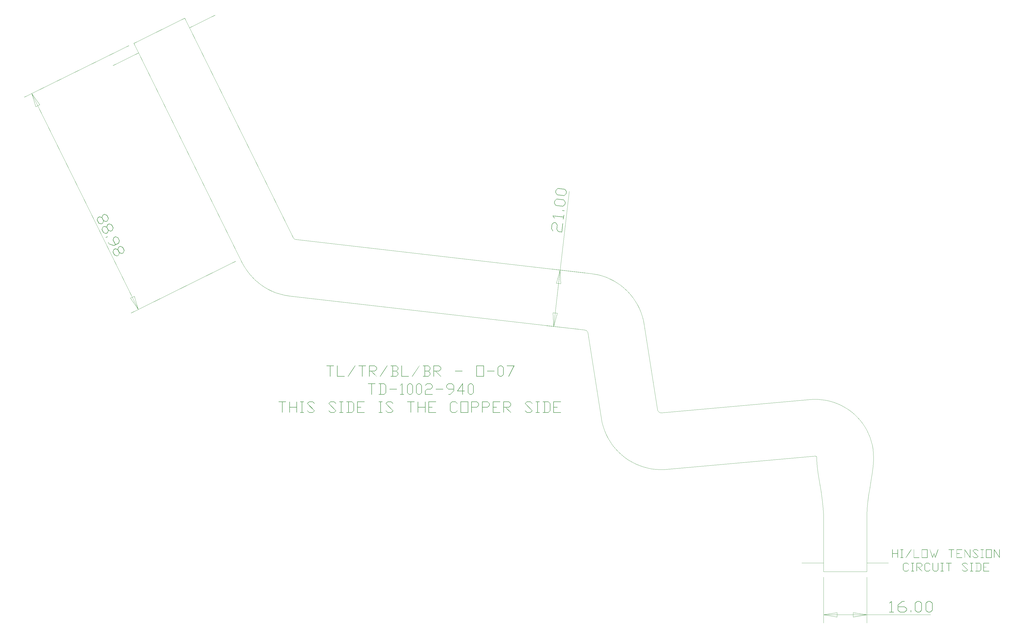
<source format=gbr>
G04 AutoGERB 2.0 for AutoCAD 14*
G04 RS274-X Output *
%FSLAX34Y34*%
%MOMM*%
%ADD12C,0.005000*%
%ADD13C,0.007000*%
G54D12*X2347951Y1662407D02*X1258672Y1787992D01*G54D13*X1220349Y1187963D02*X1207605Y1187963D01*X1207605Y1148823*X1206725Y1148823*X1206725Y1187963*X1193980Y1187963*X1193980Y1188823*X1220349Y1188823*X1220349Y1187963*G54D13*X1260376Y1148823D02*X1259489Y1148823D01*X1259489Y1168165*X1234008Y1168165*X1234008Y1148823*X1233121Y1148823*X1233121Y1188393*X1234008Y1188393*X1234008Y1169045*X1259489Y1169045*X1259489Y1188393*X1260376Y1188393*X1260376Y1148823*G54D13*X1286315Y1148420D02*X1273121Y1148420D01*X1273121Y1149273*X1279288Y1149273*X1279288Y1187963*X1273121Y1187963*X1273121Y1188823*X1286315Y1188823*X1286315Y1187963*X1280148Y1187963*X1280148Y1149273*X1286315Y1149273*X1286315Y1148420*G54D13*X1326506Y1155420D02*X1319472Y1148420D01*X1305957Y1148420*X1299196Y1155100*X1299837Y1155741*X1306278Y1149273*X1319124Y1149273*X1325299Y1155420*X1298923Y1181789*X1305957Y1188823*X1319472Y1188823*X1326206Y1182110*X1325565Y1181468*X1319124Y1187963*X1306278Y1187963*X1300131Y1181789*X1326506Y1155420*G54D13*X1405647Y1155420D02*X1398613Y1148420D01*X1385097Y1148420*X1378336Y1155100*X1378978Y1155741*X1385418Y1149273*X1398265Y1149273*X1404439Y1155420*X1378064Y1181789*X1385097Y1188823*X1398613Y1188823*X1405346Y1182110*X1404705Y1181468*X1398265Y1187963*X1385418Y1187963*X1379271Y1181789*X1405647Y1155420*G54D13*X1431422Y1148420D02*X1418227Y1148420D01*X1418227Y1149273*X1424395Y1149273*X1424395Y1187963*X1418227Y1187963*X1418227Y1188823*X1431422Y1188823*X1431422Y1187963*X1425254Y1187963*X1425254Y1149273*X1431422Y1149273*X1431422Y1148420*G54D13*X1471449Y1155257D02*X1464579Y1148420D01*X1444623Y1148420*X1444623Y1149273*X1450791Y1149273*X1450791Y1187963*X1444623Y1187963*X1444623Y1188823*X1464579Y1188823*X1471449Y1181953*X1471449Y1155257*G54D13*X1470562Y1155577D02*X1470562Y1181632D01*X1464231Y1187957*X1451650Y1187957*X1451650Y1149273*X1464231Y1149273*X1470562Y1155577*G54D13*X1510562Y1148420D02*X1483764Y1148420D01*X1483764Y1188823*X1510562Y1188823*X1510562Y1187963*X1484651Y1187963*X1484651Y1169045*X1497388Y1169045*X1497388Y1168165*X1484651Y1168165*X1484651Y1149273*X1510562Y1149273*X1510562Y1148420*G54D13*X1576528Y1148420D02*X1563334Y1148420D01*X1563334Y1149273*X1569501Y1149273*X1569501Y1187963*X1563334Y1187963*X1563334Y1188823*X1576528Y1188823*X1576528Y1187963*X1570361Y1187963*X1570361Y1149273*X1576528Y1149273*X1576528Y1148420*G54D13*X1616720Y1155420D02*X1609686Y1148420D01*X1596170Y1148420*X1589409Y1155100*X1590051Y1155741*X1596491Y1149273*X1609338Y1149273*X1615512Y1155420*X1589136Y1181789*X1596170Y1188823*X1609686Y1188823*X1616419Y1182110*X1615778Y1181468*X1609338Y1187963*X1596491Y1187963*X1590344Y1181789*X1616720Y1155420*G54D13*X1695239Y1187963D02*X1682495Y1187963D01*X1682495Y1148823*X1681615Y1148823*X1681615Y1187963*X1668870Y1187963*X1668870Y1188823*X1695239Y1188823*X1695239Y1187963*G54D13*X1735266Y1148823D02*X1734379Y1148823D01*X1734379Y1168165*X1708898Y1168165*X1708898Y1148823*X1708011Y1148823*X1708011Y1188393*X1708898Y1188393*X1708898Y1169045*X1734379Y1169045*X1734379Y1188393*X1735266Y1188393*X1735266Y1148823*G54D13*X1774379Y1148420D02*X1747581Y1148420D01*X1747581Y1188823*X1774379Y1188823*X1774379Y1187963*X1748468Y1187963*X1748468Y1169045*X1761205Y1169045*X1761205Y1168165*X1748468Y1168165*X1748468Y1149273*X1774379Y1149273*X1774379Y1148420*G54D13*X1853840Y1155100D02*X1847107Y1148420D01*X1833591Y1148420*X1826721Y1155257*X1826721Y1181953*X1833591Y1188823*X1847107Y1188823*X1853840Y1182110*X1853199Y1181468*X1846759Y1187963*X1833912Y1187963*X1827608Y1181632*X1827608Y1155577*X1833912Y1149273*X1846759Y1149273*X1853199Y1155741*X1853840Y1155100*G54D13*X1893547Y1148420D02*X1866291Y1148420D01*X1866291Y1188823*X1893547Y1188823*X1893547Y1148420*G54D13*X1892660Y1149273D02*X1892660Y1187957D01*X1867178Y1187957*X1867178Y1149273*X1892660Y1149273*G54D13*X1933117Y1175028D02*X1926247Y1168165D01*X1906749Y1168165*X1906749Y1148823*X1905862Y1148823*X1905862Y1188823*X1926247Y1188823*X1933117Y1181953*X1933117Y1175028*G54D13*X1932230Y1175376D02*X1932230Y1181632D01*X1925899Y1187957*X1906749Y1187957*X1906749Y1169045*X1925899Y1169045*X1932230Y1175376*G54D13*X1972687Y1175028D02*X1965817Y1168165D01*X1946319Y1168165*X1946319Y1148823*X1945432Y1148823*X1945432Y1188823*X1965817Y1188823*X1972687Y1181953*X1972687Y1175028*G54D13*X1971801Y1175376D02*X1971801Y1181632D01*X1965469Y1187957*X1946319Y1187957*X1946319Y1169045*X1965469Y1169045*X1971801Y1175376*G54D13*X2011801Y1148420D02*X1985002Y1148420D01*X1985002Y1188823*X2011801Y1188823*X2011801Y1187963*X1985889Y1187963*X1985889Y1169045*X1998626Y1169045*X1998626Y1168165*X1985889Y1168165*X1985889Y1149273*X2011801Y1149273*X2011801Y1148420*G54D13*X2051828Y1175028D02*X2044958Y1168165D01*X2032643Y1168165*X2051691Y1149171*X2051050Y1148530*X2031442Y1168165*X2025459Y1168165*X2025459Y1148823*X2024572Y1148823*X2024572Y1188823*X2044958Y1188823*X2051828Y1181953*X2051828Y1175028*G54D13*X2050941Y1175376D02*X2050941Y1181632D01*X2044610Y1187957*X2025459Y1187957*X2025459Y1169045*X2044610Y1169045*X2050941Y1175376*G54D13*X2131132Y1155420D02*X2124098Y1148420D01*X2110583Y1148420*X2103822Y1155100*X2104463Y1155741*X2110903Y1149273*X2123750Y1149273*X2129924Y1155420*X2103549Y1181789*X2110583Y1188823*X2124098Y1188823*X2130832Y1182110*X2130190Y1181468*X2123750Y1187963*X2110903Y1187963*X2104756Y1181789*X2131132Y1155420*G54D13*X2156907Y1148420D02*X2143713Y1148420D01*X2143713Y1149273*X2149880Y1149273*X2149880Y1187963*X2143713Y1187963*X2143713Y1188823*X2156907Y1188823*X2156907Y1187963*X2150740Y1187963*X2150740Y1149273*X2156907Y1149273*X2156907Y1148420*G54D13*X2196934Y1155257D02*X2190064Y1148420D01*X2170109Y1148420*X2170109Y1149273*X2176276Y1149273*X2176276Y1187963*X2170109Y1187963*X2170109Y1188823*X2190064Y1188823*X2196934Y1181953*X2196934Y1155257*G54D13*X2196048Y1155577D02*X2196048Y1181632D01*X2189716Y1187957*X2177136Y1187957*X2177136Y1149273*X2189716Y1149273*X2196048Y1155577*G54D13*X2236048Y1148420D02*X2209249Y1148420D01*X2209249Y1188823*X2236048Y1188823*X2236048Y1187963*X2210136Y1187963*X2210136Y1169045*X2222873Y1169045*X2222873Y1168165*X2210136Y1168165*X2210136Y1149273*X2236048Y1149273*X2236048Y1148420*G54D12*X2323899Y1453789D02*X1234620Y1579374D01*G54D13*X1397015Y1321296D02*X1384271Y1321296D01*X1384271Y1282156*X1383391Y1282156*X1383391Y1321296*X1370646Y1321296*X1370646Y1322156*X1397015Y1322156*X1397015Y1321296*G54D13*X1436585Y1281753D02*X1409787Y1281753D01*X1409787Y1321726*X1410674Y1321726*X1410674Y1282606*X1436585Y1282606*X1436585Y1281753*G54D13*X1476558Y1321508D02*X1450162Y1281965D01*X1449411Y1282388*X1475780Y1321938*X1476558Y1321508*G54D13*X1515726Y1321296D02*X1502981Y1321296D01*X1502981Y1282156*X1502101Y1282156*X1502101Y1321296*X1489357Y1321296*X1489357Y1322156*X1515726Y1322156*X1515726Y1321296*G54D13*X1555753Y1308361D02*X1548883Y1301498D01*X1536568Y1301498*X1555616Y1282504*X1554975Y1281863*X1535367Y1301498*X1529384Y1301498*X1529384Y1282156*X1528497Y1282156*X1528497Y1322156*X1548883Y1322156*X1555753Y1315286*X1555753Y1308361*G54D13*X1554866Y1308709D02*X1554866Y1314965D01*X1548535Y1321290*X1529384Y1321290*X1529384Y1302378*X1548535Y1302378*X1554866Y1308709*G54D13*X1595269Y1321508D02*X1568872Y1281965D01*X1568122Y1282388*X1594491Y1321938*X1595269Y1321508*G54D13*X1634893Y1288590D02*X1628023Y1281753D01*X1608067Y1281753*X1608067Y1282606*X1614235Y1282606*X1614235Y1321296*X1608067Y1321296*X1608067Y1322156*X1628023Y1322156*X1634893Y1315286*X1634893Y1308361*X1628453Y1301955*X1634893Y1295514*X1634893Y1288590*G54D13*X1634006Y1308709D02*X1634006Y1314965D01*X1627675Y1321290*X1615095Y1321290*X1615095Y1302378*X1627675Y1302378*X1634006Y1308709*G54D13*X1634006Y1288910D02*X1634006Y1295194D01*X1627675Y1301498*X1615095Y1301498*X1615095Y1282606*X1627675Y1282606*X1634006Y1288910*G54D13*X1674006Y1281753D02*X1647208Y1281753D01*X1647208Y1321726*X1648095Y1321726*X1648095Y1282606*X1674006Y1282606*X1674006Y1281753*G54D13*X1713979Y1321508D02*X1687583Y1281965D01*X1686833Y1282388*X1713201Y1321938*X1713979Y1321508*G54D13*X1753604Y1288590D02*X1746734Y1281753D01*X1726778Y1281753*X1726778Y1282606*X1732945Y1282606*X1732945Y1321296*X1726778Y1321296*X1726778Y1322156*X1746734Y1322156*X1753604Y1315286*X1753604Y1308361*X1747163Y1301955*X1753604Y1295514*X1753604Y1288590*G54D13*X1752717Y1308709D02*X1752717Y1314965D01*X1746386Y1321290*X1733805Y1321290*X1733805Y1302378*X1746386Y1302378*X1752717Y1308709*G54D13*X1752717Y1288910D02*X1752717Y1295194D01*X1746386Y1301498*X1733805Y1301498*X1733805Y1282606*X1746386Y1282606*X1752717Y1288910*G54D13*X1793174Y1308361D02*X1786304Y1301498D01*X1773989Y1301498*X1793038Y1282504*X1792396Y1281863*X1772789Y1301498*X1766805Y1301498*X1766805Y1282156*X1765918Y1282156*X1765918Y1322156*X1786304Y1322156*X1793174Y1315286*X1793174Y1308361*G54D13*X1792287Y1308709D02*X1792287Y1314965D01*X1785956Y1321290*X1766805Y1321290*X1766805Y1302378*X1785956Y1302378*X1792287Y1308709*G54D13*X1871857Y1301498D02*X1845489Y1301498D01*X1845489Y1302385*X1871857Y1302385*X1871857Y1301498*G54D13*X1951455Y1281753D02*X1924199Y1281753D01*X1924199Y1322156*X1951455Y1322156*X1951455Y1281753*G54D13*X1950568Y1282606D02*X1950568Y1321290D01*X1925086Y1321290*X1925086Y1282606*X1950568Y1282606*G54D13*X1990568Y1301498D02*X1964199Y1301498D01*X1964199Y1302385*X1990568Y1302385*X1990568Y1301498*G54D13*X2023998Y1288590D02*X2017128Y1281753D01*X2010210Y1281753*X2003339Y1288590*X2003339Y1315286*X2010210Y1322156*X2017128Y1322156*X2023998Y1315286*X2023998Y1288590*G54D13*X2023111Y1288910D02*X2023111Y1314965D01*X2016807Y1321290*X2010530Y1321290*X2004226Y1314965*X2004226Y1288910*X2010530Y1282606*X2016807Y1282606*X2023111Y1288910*G54D13*X2063861Y1322156D02*X2043742Y1281965D01*X2042992Y1282388*X2062442Y1321296*X2036769Y1321296*X2036769Y1322156*X2063861Y1322156*G54D13*X1550349Y1254629D02*X1537605Y1254629D01*X1537605Y1215489*X1536725Y1215489*X1536725Y1254629*X1523980Y1254629*X1523980Y1255489*X1550349Y1255489*X1550349Y1254629*G54D13*X1590376Y1221923D02*X1583506Y1215086D01*X1563550Y1215086*X1563550Y1215939*X1569718Y1215939*X1569718Y1254629*X1563550Y1254629*X1563550Y1255489*X1583506Y1255489*X1590376Y1248619*X1590376Y1221923*G54D13*X1589489Y1222243D02*X1589489Y1248298D01*X1583158Y1254623*X1570578Y1254623*X1570578Y1215939*X1583158Y1215939*X1589489Y1222243*G54D13*X1629489Y1234831D02*X1603121Y1234831D01*X1603121Y1235718*X1629489Y1235718*X1629489Y1234831*G54D13*X1655885Y1215086D02*X1642691Y1215086D01*X1642691Y1215939*X1648858Y1215939*X1648858Y1254009*X1643012Y1248134*X1642370Y1248776*X1649104Y1255489*X1649718Y1255489*X1649718Y1215939*X1655885Y1215939*X1655885Y1215086*G54D13*X1689315Y1221923D02*X1682445Y1215086D01*X1675527Y1215086*X1668657Y1221923*X1668657Y1248619*X1675527Y1255489*X1682445Y1255489*X1689315Y1248619*X1689315Y1221923*G54D13*X1688429Y1222243D02*X1688429Y1248298D01*X1682125Y1254623*X1675848Y1254623*X1669544Y1248298*X1669544Y1222243*X1675848Y1215939*X1682125Y1215939*X1688429Y1222243*G54D13*X1722316Y1221923D02*X1715445Y1215086D01*X1708527Y1215086*X1701657Y1221923*X1701657Y1248619*X1708527Y1255489*X1715445Y1255489*X1722316Y1248619*X1722316Y1221923*G54D13*X1721429Y1222243D02*X1721429Y1248298D01*X1715125Y1254623*X1708848Y1254623*X1702544Y1248298*X1702544Y1222243*X1708848Y1215939*X1715125Y1215939*X1721429Y1222243*G54D13*X1761913Y1241694D02*X1755043Y1234831D01*X1741848Y1234831*X1735544Y1228527*X1735544Y1215939*X1761456Y1215939*X1761456Y1215086*X1734657Y1215086*X1734657Y1228847*X1741528Y1235711*X1754695Y1235711*X1761026Y1242042*X1761026Y1248298*X1754695Y1254629*X1741848Y1254629*X1735408Y1248134*X1734767Y1248776*X1741528Y1255489*X1755043Y1255489*X1761913Y1248619*X1761913Y1241694*G54D13*X1801026Y1234831D02*X1774657Y1234831D01*X1774657Y1235718*X1801026Y1235718*X1801026Y1234831*G54D13*X1841053Y1228527D02*X1827586Y1215086D01*X1820825Y1215086*X1820825Y1215939*X1827265Y1215939*X1840167Y1228847*X1840167Y1234831*X1820668Y1234831*X1813798Y1241694*X1813798Y1248619*X1820668Y1255489*X1834183Y1255489*X1841053Y1248619*X1841053Y1228527*G54D13*X1840167Y1235711D02*X1840167Y1248298D01*X1833835Y1254623*X1820989Y1254623*X1814685Y1248298*X1814685Y1242042*X1820989Y1235711*X1840167Y1235711*G54D13*X1880167Y1228254D02*X1874026Y1228254D01*X1874026Y1215489*X1873139Y1215489*X1873139Y1228254*X1852911Y1228254*X1874026Y1256376*X1874026Y1229113*X1880167Y1229113*X1880167Y1228254*G54D13*X1873139Y1229113D02*X1873139Y1253742D01*X1854685Y1229113*X1873139Y1229113*G54D13*X1913597Y1221923D02*X1906726Y1215086D01*X1899808Y1215086*X1892938Y1221923*X1892938Y1248619*X1899808Y1255489*X1906726Y1255489*X1913597Y1248619*X1913597Y1221923*G54D13*X1912710Y1222243D02*X1912710Y1248298D01*X1906406Y1254623*X1900129Y1254623*X1893825Y1248298*X1893825Y1222243*X1900129Y1215939*X1906406Y1215939*X1912710Y1222243*G54D12*X846576Y2607268D02*X658271Y2514310D01*G54D12*X1058635Y1703295D02*X658271Y2514310D01*G54D13*X537671Y1845783D02*X528499Y1848917D01*X522517Y1861036*X525606Y1870224*X531814Y1873288*X540429Y1870388*X543334Y1878974*X549544Y1882040*X558745Y1878920*X564728Y1866802*X561609Y1857601*X555399Y1854535*X546804Y1857474*X543879Y1848848*X537671Y1845783*G54D13*X555319Y1855485D02*X560928Y1858254D01*X563797Y1866731*X558111Y1878250*X549649Y1881102*X544039Y1878333*X541152Y1869879*X546839Y1858359*X555319Y1855485*G54D13*X537565Y1846720D02*X543200Y1849502D01*X546050Y1857970*X540363Y1869489*X531920Y1872352*X526285Y1869570*X523423Y1861127*X529110Y1849607*X537565Y1846720*G54D13*X555187Y1810301D02*X546015Y1813435D01*X540033Y1825554*X543122Y1834741*X549331Y1837806*X557945Y1834906*X560851Y1843493*X567060Y1846558*X576261Y1843439*X582244Y1831320*X579125Y1822119*X572915Y1819053*X564320Y1821992*X561395Y1813366*X555187Y1810301*G54D13*X572835Y1820003D02*X578444Y1822772D01*X581313Y1831249*X575627Y1842768*X567165Y1845620*X561555Y1842851*X558669Y1834396*X564355Y1822877*X572835Y1820003*G54D13*X555081Y1811238D02*X560716Y1814020D01*X563566Y1822488*X557880Y1834006*X549436Y1836869*X543802Y1834087*X540939Y1825644*X546626Y1814125*X555081Y1811238*G54D13*X555261Y1795615D02*X554869Y1796411D01*X560784Y1799331*X561177Y1798535*X555261Y1795615*G54D13*X584468Y1765905D02*X566454Y1772031D01*X563462Y1778094*X564226Y1778472*X567078Y1772696*X584363Y1766842*X589729Y1769490*X581097Y1786975*X584210Y1796173*X590420Y1799239*X599621Y1796119*X605604Y1784000*X602485Y1774799*X584468Y1765905*G54D13*X590518Y1769880D02*X601804Y1775452D01*X604673Y1783929*X598987Y1795448*X590524Y1798301*X584915Y1795532*X582028Y1787077*X590518Y1769880*G54D13*X596063Y1727499D02*X586891Y1730633D01*X580908Y1742752*X583998Y1751939*X590206Y1755004*X598821Y1752104*X601726Y1760691*X607936Y1763757*X617137Y1760637*X623120Y1748518*X620001Y1739316*X613791Y1736251*X605196Y1739190*X602271Y1730564*X596063Y1727499*G54D13*X613711Y1737200D02*X619320Y1739970D01*X622189Y1748446*X616503Y1759966*X608040Y1762819*X602431Y1760050*X599544Y1751595*X605231Y1740075*X613711Y1737200*G54D13*X595957Y1728436D02*X601592Y1731218D01*X604442Y1739685*X598755Y1751205*X590312Y1754067*X584677Y1751286*X581815Y1742842*X587502Y1731323*X595957Y1728436*G54D12*X640338Y2505457D02*X254309Y2314890D01*G54D12*X1034220Y1707572D02*X648191Y1517006D01*G54D12*X281210Y2328170D02*X478151Y1929228D01*G54D12*X675092Y1530285D02*X478151Y1929228D01*G54D12*X296169Y2279794D02*X310516Y2286877D01*X281210Y2328170*X281210Y2328170*X296169Y2279794*G54D12*X660132Y1578661D02*X645785Y1571579D01*X675092Y1530285*X675092Y1530285*X660132Y1578661*G54D12*X675978Y2478442D02*X581825Y2431963D01*G54D12*X1246940Y1796254D02*X846576Y2607268D01*G54D12*X1058635Y1703295D02*X1066050Y1689506D01*X1074406Y1676265*X1083662Y1663638*X1093775Y1651684*X1104694Y1640463*X1116367Y1630029*X1128737Y1620432*X1141745Y1611718*X1155327Y1603929*X1169418Y1597105*X1183950Y1591276*X1198852Y1586473*X1214051Y1582717*X1229476Y1580028*X1234620Y1579374*G54D12*X1246940Y1796254D02*X1247434Y1795334D01*X1247991Y1794452*X1248609Y1793610*X1249283Y1792813*X1250011Y1792065*X1250789Y1791369*X1251614Y1790729*X1252481Y1790149*X1253386Y1789629*X1254326Y1789174*X1255294Y1788786*X1256288Y1788466*X1257301Y1788215*X1258329Y1788036*X1258672Y1787992*G54D12*X958435Y2617879D02*X864283Y2571400D01*G54D12*X2544515Y1473425D02*X2541575Y1488803D01*X2537572Y1503939*X2532527Y1518761*X2526463Y1533196*X2519409Y1547174*X2511401Y1560628*X2502477Y1573492*X2492679Y1585705*X2482056Y1597206*X2470659Y1607941*X2458543Y1617858*X2445767Y1626908*X2432392Y1635047*X2418483Y1642237*X2404108Y1648442*X2389337Y1653632*X2374240Y1657782*X2358891Y1660872*X2347951Y1662407*G54D13*X2217444Y1851392D02*X2223317Y1842416D01*X2221504Y1826686*X2226900Y1818449*X2239404Y1817007*X2242965Y1847897*X2243813Y1847799*X2240130Y1815853*X2226460Y1817429*X2220585Y1826405*X2222395Y1842102*X2216976Y1850374*X2210761Y1851090*X2203602Y1844268*X2201836Y1828954*X2207403Y1820533*X2206677Y1819841*X2200938Y1828670*X2202795Y1844782*X2210564Y1852185*X2217444Y1851392*G54D13*X2247441Y1879267D02*X2245627Y1863537D01*X2244780Y1863634*X2245627Y1870987*X2207809Y1875347*X2212842Y1867704*X2212116Y1867013*X2206372Y1875810*X2206457Y1876542*X2245746Y1872012*X2246593Y1879364*X2247441Y1879267*G54D13*X2248918Y1895595D02*X2248796Y1894537D01*X2242242Y1895292*X2242364Y1896350*X2248918Y1895595*G54D13*X2247058Y1935638D02*X2252905Y1926666D01*X2251955Y1918418*X2244218Y1911012*X2217699Y1914069*X2211818Y1923046*X2212769Y1931293*X2220538Y1938696*X2247058Y1935638*G54D13*X2246618Y1934618D02*X2220735Y1937602D01*X2213585Y1930811*X2212723Y1923329*X2218140Y1915089*X2244022Y1912105*X2251151Y1918898*X2252014Y1926381*X2246618Y1934618*G54D13*X2251593Y1974978D02*X2257441Y1966005D01*X2256490Y1957759*X2248754Y1950351*X2222235Y1953409*X2216354Y1962386*X2217305Y1970633*X2225074Y1978035*X2251593Y1974978*G54D13*X2251153Y1973957D02*X2225271Y1976942D01*X2218121Y1970151*X2217258Y1962668*X2222675Y1954430*X2248558Y1951446*X2255687Y1958238*X2256549Y1965720*X2251153Y1973957*G54D12*X2304031Y1456079D02*X2179764Y1470406D01*G54D12*X2328083Y1664697D02*X2203816Y1679024D01*G54D12*X2209567Y1466970D02*X2221593Y1571279D01*G54D12*X2233619Y1675588D02*X2221593Y1571279D01*G54D12*X2221593Y1571279D02*X2267141Y1966348D01*G54D12*X2223241Y1515725D02*X2207346Y1517558D01*X2209567Y1466970*X2209567Y1466970*X2223241Y1515725*G54D12*X2219945Y1626834D02*X2235839Y1625001D01*X2233619Y1675588*X2233619Y1675588*X2219945Y1626834*G54D12*X3446729Y591903D02*X3366729Y591903D01*G54D12*X3391729Y982315D02*X3391208Y997267D01*X3389649Y1012146*X3387059Y1026881*X3383450Y1041401*X3378841Y1055634*X3373252Y1069512*X3366713Y1082968*X3359253Y1095936*X3350909Y1108355*X3341722Y1120163*X3331736Y1131303*X3321000Y1141722*X3309565Y1151370*X3297486Y1160198*X3284823Y1168166*X3271637Y1175233*X3257991Y1181366*X3243951Y1186536*X3229586Y1190716*X3214965Y1193887*X3200159Y1196034*X3185240Y1197146*X3170279Y1197218*X3157511Y1196454*G54D13*X3466250Y410156D02*X3450417Y410156D01*X3450417Y411009*X3457818Y411009*X3457818Y449079*X3450802Y443204*X3450032Y443846*X3458112Y450559*X3458849Y450559*X3458849Y411009*X3466250Y411009*X3466250Y410156*G54D13*X3514283Y416993D02*X3506039Y410156D01*X3489820Y410156*X3481576Y416993*X3481576Y437112*X3497737Y450559*X3505818Y450559*X3505818Y449699*X3498122Y449699*X3482641Y436764*X3482641Y430781*X3506039Y430781*X3514283Y423917*X3514283Y416993*G54D13*X3513219Y417313D02*X3513219Y423597D01*X3505621Y429901*X3482641Y429901*X3482641Y417313*X3490205Y411009*X3505621Y411009*X3513219Y417313*G54D13*X3530125Y410559D02*X3529060Y410559D01*X3529060Y417156*X3530125Y417156*X3530125Y410559*G54D13*X3569692Y416993D02*X3561448Y410156D01*X3553146Y410156*X3544902Y416993*X3544902Y443689*X3553146Y450559*X3561448Y450559*X3569692Y443689*X3569692Y416993*G54D13*X3568628Y417313D02*X3568628Y443368D01*X3561063Y449693*X3553531Y449693*X3545966Y443368*X3545966Y417313*X3553531Y411009*X3561063Y411009*X3568628Y417313*G54D13*X3609292Y416993D02*X3601048Y410156D01*X3592747Y410156*X3584502Y416993*X3584502Y443689*X3592747Y450559*X3601048Y450559*X3609292Y443689*X3609292Y416993*G54D13*X3608228Y417313D02*X3608228Y443368D01*X3600663Y449693*X3593131Y449693*X3585567Y443368*X3585567Y417313*X3593131Y411009*X3600663Y411009*X3608228Y417313*G54D12*X3206729Y539903D02*X3206729Y370559D01*G54D12*X3366729Y539903D02*X3366729Y370559D01*G54D12*X3206729Y400559D02*X3286729Y400559D01*G54D12*X3366729Y400559D02*X3286729Y400559D01*G54D12*X3286729Y400559D02*X3602500Y400559D01*G54D12*X3256729Y392559D02*X3256729Y408559D01*X3206729Y400559*X3206729Y400559*X3256729Y392559*G54D12*X3316729Y408559D02*X3316729Y392559D01*X3366729Y400559*X3366729Y400559*X3316729Y408559*G54D12*X3157511Y1196454D02*X2609380Y1147263D01*G54D12*X3176282Y987295D02*X2628151Y938104D01*G54D12*X2385706Y1127666D02*X2388646Y1112287D01*X2392649Y1097151*X2397694Y1082329*X2403758Y1067894*X2410811Y1053916*X2418820Y1040462*X2427744Y1027598*X2437542Y1015386*X2448165Y1003884*X2459562Y993149*X2471678Y983232*X2484454Y974183*X2497829Y966043*X2511738Y958854*X2526113Y952649*X2540884Y947459*X2555981Y943308*X2571330Y940218*X2586856Y938202*X2602485Y937272*X2618141Y937430*X2628151Y938104*G54D12*X2385706Y1127666D02*X2337003Y1441190D01*G54D12*X2337003Y1441190D02*X2336807Y1442215D01*X2336541Y1443224*X2336204Y1444212*X2335800Y1445175*X2335330Y1446106*X2334796Y1447003*X2334201Y1447861*X2333548Y1448675*X2332840Y1449442*X2332080Y1450158*X2331272Y1450819*X2330420Y1451422*X2329529Y1451965*X2328601Y1452444*X2327643Y1452858*X2326658Y1453204*X2325652Y1453480*X2324629Y1453686*X2323899Y1453789*G54D12*X2593217Y1159901D02*X2544515Y1473425D01*G54D12*X2593217Y1159901D02*X2593413Y1158875D01*X2593680Y1157866*X2594017Y1156878*X2594421Y1155916*X2594891Y1154984*X2595425Y1154087*X2596020Y1153229*X2596673Y1152415*X2597381Y1151648*X2598141Y1150933*X2598949Y1150272*X2599801Y1149668*X2600692Y1149126*X2601620Y1148646*X2602578Y1148233*X2603563Y1147887*X2604569Y1147610*X2605592Y1147404*X2606627Y1147270*X2607669Y1147208*X2608713Y1147218*X2609380Y1147263*G54D12*X3366729Y769903D02*X3367633Y793939D01*X3370208Y819268*X3374131Y845766*G54D12*X3206729Y769903D02*X3205824Y793939D01*X3203249Y819268*X3199326Y845766*G54D12*X3366729Y559903D02*X3206729Y559903D01*G54D12*X3206729Y559903D02*X3206729Y769903D01*G54D12*X3206729Y591903D02*X3126729Y591903D01*G54D12*X3366729Y559903D02*X3366729Y769903D01*G54D12*X3190709Y896766D02*X3186499Y923147D01*X3183429Y948477*X3181872Y972629*G54D12*X3199326Y845766D02*X3196552Y862564D01*G54D12*X3196552Y862564D02*X3190709Y896766D01*G54D12*X3181729Y982315D02*X3181716Y982663D01*X3181680Y983009*X3181620Y983351*X3181536Y983689*X3181429Y984020*X3181299Y984343*X3181147Y984656*X3180973Y984957*X3180779Y985246*X3180566Y985521*X3180333Y985780*X3180084Y986022*X3179818Y986246*X3179537Y986452*X3179242Y986637*X3178936Y986801*X3178618Y986944*X3178292Y987064*X3177958Y987161*X3177618Y987235*X3177273Y987285*X3176926Y987311*X3176579Y987313*X3176282Y987295*G54D12*X3181872Y972629D02*X3181792Y975883D01*X3181744Y979112*X3181729Y982315*G54D12*X3382748Y896766D02*X3386958Y923147D01*X3390029Y948477*X3391585Y972629*G54D12*X3374131Y845766D02*X3376905Y862564D01*X3382748Y896766*G54D12*X3391585Y972629D02*X3391665Y975883D01*X3391713Y979112*X3391729Y982315*G54D13*X3521543Y566764D02*X3516493Y561755D01*X3506356Y561755*X3501204Y566882*X3501204Y586904*X3506356Y592057*X3516493Y592057*X3521543Y587022*X3521062Y586541*X3516232Y591412*X3506597Y591412*X3501869Y586664*X3501869Y567123*X3506597Y562395*X3516232Y562395*X3521062Y567245*X3521543Y566764*G54D13*X3541100Y561755D02*X3531204Y561755D01*X3531204Y562395*X3535829Y562395*X3535829Y591412*X3531204Y591412*X3531204Y592057*X3541100Y592057*X3541100Y591412*X3536474Y591412*X3536474Y562395*X3541100Y562395*X3541100Y561755*G54D13*X3571120Y581711D02*X3565967Y576563D01*X3556732Y576563*X3571018Y562318*X3570537Y561837*X3555831Y576563*X3551343Y576563*X3551343Y562057*X3550678Y562057*X3550678Y592057*X3565967Y592057*X3571120Y586904*X3571120Y581711*G54D13*X3570455Y581972D02*X3570455Y586664D01*X3565706Y591407*X3551343Y591407*X3551343Y577223*X3565706Y577223*X3570455Y581972*G54D13*X3600695Y566764D02*X3595645Y561755D01*X3585509Y561755*X3580356Y566882*X3580356Y586904*X3585509Y592057*X3595645Y592057*X3600695Y587022*X3600214Y586541*X3595384Y591412*X3585749Y591412*X3581021Y586664*X3581021Y567123*X3585749Y562395*X3595384Y562395*X3600214Y567245*X3600695Y566764*G54D13*X3630475Y566882D02*X3625323Y561755D01*X3615186Y561755*X3610034Y566882*X3610034Y591735*X3610699Y591735*X3610699Y567123*X3615427Y562395*X3625062Y562395*X3629810Y567123*X3629810Y591735*X3630475Y591735*X3630475Y566882*G54D13*X3649930Y561755D02*X3640034Y561755D01*X3640034Y562395*X3644659Y562395*X3644659Y591412*X3640034Y591412*X3640034Y592057*X3649930Y592057*X3649930Y591412*X3645304Y591412*X3645304Y562395*X3649930Y562395*X3649930Y561755*G54D13*X3679607Y591412D02*X3670049Y591412D01*X3670049Y562057*X3669389Y562057*X3669389Y591412*X3659831Y591412*X3659831Y592057*X3679607Y592057*X3679607Y591412*G54D13*X3739428Y567005D02*X3734153Y561755D01*X3724016Y561755*X3718945Y566764*X3719426Y567245*X3724257Y562395*X3733892Y562395*X3738522Y567005*X3718741Y586782*X3724016Y592057*X3734153Y592057*X3739203Y587022*X3738722Y586541*X3733892Y591412*X3724257Y591412*X3719646Y586782*X3739428Y567005*G54D13*X3758759Y561755D02*X3748864Y561755D01*X3748864Y562395*X3753489Y562395*X3753489Y591412*X3748864Y591412*X3748864Y592057*X3758759Y592057*X3758759Y591412*X3754134Y591412*X3754134Y562395*X3758759Y562395*X3758759Y561755*G54D13*X3788780Y566882D02*X3783627Y561755D01*X3768661Y561755*X3768661Y562395*X3773286Y562395*X3773286Y591412*X3768661Y591412*X3768661Y592057*X3783627Y592057*X3788780Y586904*X3788780Y566882*G54D13*X3788115Y567123D02*X3788115Y586664D01*X3783366Y591407*X3773931Y591407*X3773931Y562395*X3783366Y562395*X3788115Y567123*G54D13*X3818115Y561755D02*X3798016Y561755D01*X3798016Y592057*X3818115Y592057*X3818115Y591412*X3798681Y591412*X3798681Y577223*X3808234Y577223*X3808234Y576563*X3798681Y576563*X3798681Y562395*X3818115Y562395*X3818115Y561755*G54D13*X3481645Y612057D02*X3480980Y612057D01*X3480980Y626563*X3461869Y626563*X3461869Y612057*X3461204Y612057*X3461204Y641735*X3461869Y641735*X3461869Y627223*X3480980Y627223*X3480980Y641735*X3481645Y641735*X3481645Y612057*G54D13*X3501100Y611755D02*X3491204Y611755D01*X3491204Y612395*X3495829Y612395*X3495829Y641412*X3491204Y641412*X3491204Y642057*X3501100Y642057*X3501100Y641412*X3496474Y641412*X3496474Y612395*X3501100Y612395*X3501100Y611755*G54D13*X3531079Y641571D02*X3511282Y611914D01*X3510719Y612231*X3530496Y641893*X3531079Y641571*G54D13*X3560455Y611755D02*X3540356Y611755D01*X3540356Y641735*X3541021Y641735*X3541021Y612395*X3560455Y612395*X3560455Y611755*G54D13*X3590475Y611755D02*X3570034Y611755D01*X3570034Y642057*X3590475Y642057*X3590475Y611755*G54D13*X3589810Y612395D02*X3589810Y641407D01*X3570699Y641407*X3570699Y612395*X3589810Y612395*G54D13*X3630034Y641607D02*X3620153Y612057D01*X3619467Y612057*X3614862Y625857*X3610272Y612057*X3609592Y612057*X3599711Y641607*X3600376Y641852*X3609930Y613101*X3614862Y627929*X3619810Y613101*X3629368Y641852*X3630034Y641607*G54D13*X3689061Y641412D02*X3679503Y641412D01*X3679503Y612057*X3678843Y612057*X3678843Y641412*X3669285Y641412*X3669285Y642057*X3689061Y642057*X3689061Y641412*G54D13*X3718739Y611755D02*X3698640Y611755D01*X3698640Y642057*X3718739Y642057*X3718739Y641412*X3699305Y641412*X3699305Y627223*X3708858Y627223*X3708858Y626563*X3699305Y626563*X3699305Y612395*X3718739Y612395*X3718739Y611755*G54D13*X3748759Y612057D02*X3748053Y612057D01*X3728983Y640665*X3728983Y612057*X3728318Y612057*X3728318Y641714*X3729039Y641735*X3748094Y613142*X3748094Y641735*X3748759Y641735*X3748759Y612057*G54D13*X3778560Y617005D02*X3773284Y611755D01*X3763148Y611755*X3758077Y616764*X3758558Y617245*X3763389Y612395*X3773024Y612395*X3777654Y617005*X3757873Y636782*X3763148Y642057*X3773284Y642057*X3778335Y637022*X3777854Y636541*X3773024Y641412*X3763389Y641412*X3758778Y636782*X3778560Y617005*G54D13*X3797891Y611755D02*X3787995Y611755D01*X3787995Y612395*X3792621Y612395*X3792621Y641412*X3787995Y641412*X3787995Y642057*X3797891Y642057*X3797891Y641412*X3793266Y641412*X3793266Y612395*X3797891Y612395*X3797891Y611755*G54D13*X3827912Y611755D02*X3807470Y611755D01*X3807470Y642057*X3827912Y642057*X3827912Y611755*G54D13*X3827247Y612395D02*X3827247Y641407D01*X3808135Y641407*X3808135Y612395*X3827247Y612395*G54D13*X3857589Y612057D02*X3856883Y612057D01*X3837813Y640665*X3837813Y612057*X3837148Y612057*X3837148Y641714*X3837869Y641735*X3856924Y613142*X3856924Y641735*X3857589Y641735*X3857589Y612057*M02*
</source>
